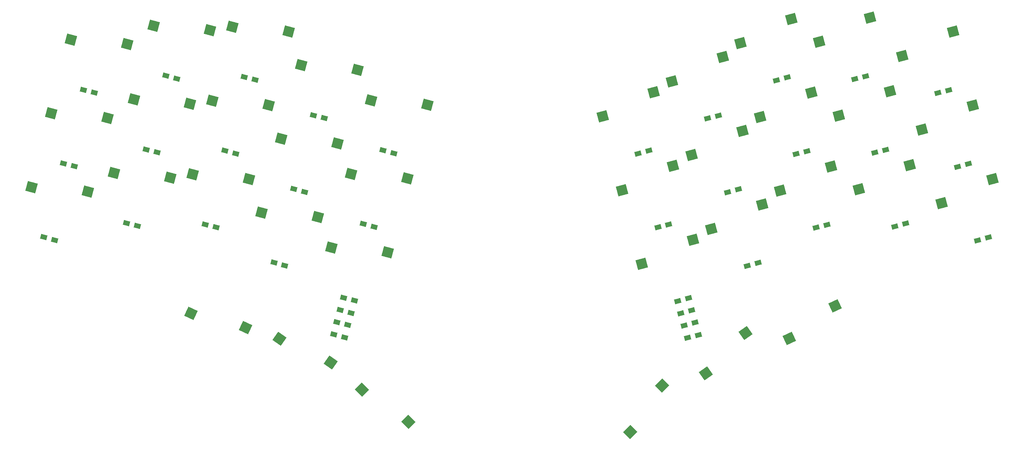
<source format=gbp>
G04 #@! TF.GenerationSoftware,KiCad,Pcbnew,(6.0.4)*
G04 #@! TF.CreationDate,2023-02-24T10:48:44-05:00*
G04 #@! TF.ProjectId,crowboard,63726f77-626f-4617-9264-2e6b69636164,rev?*
G04 #@! TF.SameCoordinates,Original*
G04 #@! TF.FileFunction,Paste,Bot*
G04 #@! TF.FilePolarity,Positive*
%FSLAX46Y46*%
G04 Gerber Fmt 4.6, Leading zero omitted, Abs format (unit mm)*
G04 Created by KiCad (PCBNEW (6.0.4)) date 2023-02-24 10:48:44*
%MOMM*%
%LPD*%
G01*
G04 APERTURE LIST*
G04 Aperture macros list*
%AMRotRect*
0 Rectangle, with rotation*
0 The origin of the aperture is its center*
0 $1 length*
0 $2 width*
0 $3 Rotation angle, in degrees counterclockwise*
0 Add horizontal line*
21,1,$1,$2,0,0,$3*%
G04 Aperture macros list end*
%ADD10RotRect,2.550000X2.500000X25.000000*%
%ADD11RotRect,2.550000X2.500000X35.000000*%
%ADD12RotRect,2.550000X2.500000X45.000000*%
%ADD13RotRect,2.550000X2.500000X315.000000*%
%ADD14RotRect,2.550000X2.500000X325.000000*%
%ADD15RotRect,2.550000X2.500000X335.000000*%
%ADD16RotRect,2.550000X2.500000X15.000000*%
%ADD17RotRect,2.550000X2.500000X345.000000*%
%ADD18RotRect,1.600000X1.200000X345.000000*%
%ADD19RotRect,1.600000X1.200000X15.000000*%
G04 APERTURE END LIST*
D10*
X229087346Y-107246998D03*
X217608434Y-115402282D03*
D11*
X206715443Y-114025883D03*
X196827071Y-124050563D03*
D12*
X185919019Y-127174456D03*
X177921642Y-138763936D03*
D13*
X122568438Y-136179857D03*
X110978958Y-128182480D03*
D14*
X103181543Y-121351472D03*
X90379403Y-115488085D03*
D15*
X81906059Y-112673533D03*
X68280246Y-109122292D03*
D16*
X268395402Y-75578052D03*
X255674729Y-81616147D03*
X247680368Y-72089373D03*
X234959695Y-78127468D03*
X228046855Y-72419654D03*
X215326182Y-78457749D03*
X210878594Y-81950379D03*
X198157921Y-87988474D03*
X193559228Y-90699841D03*
X180838555Y-96737936D03*
D17*
X117363135Y-93845787D03*
X103327662Y-92714594D03*
X99935103Y-85067208D03*
X85899630Y-83936015D03*
X82766842Y-75536483D03*
X68731369Y-74405290D03*
X63133329Y-75206202D03*
X49097856Y-74075009D03*
X42526962Y-78723998D03*
X28491489Y-77592805D03*
D16*
X263464899Y-57177165D03*
X250744226Y-63215260D03*
X242749865Y-53688486D03*
X230029192Y-59726581D03*
X223116352Y-54018767D03*
X210395679Y-60056862D03*
X205948091Y-63549492D03*
X193227418Y-69587587D03*
X188628725Y-72298954D03*
X175908052Y-78337049D03*
D17*
X122293638Y-75444900D03*
X108258165Y-74313707D03*
X104865606Y-66666321D03*
X90830133Y-65535128D03*
X87697345Y-57135596D03*
X73661872Y-56004403D03*
X68063832Y-56805315D03*
X54028359Y-55674122D03*
X47457464Y-60323111D03*
X33421991Y-59191918D03*
D16*
X258534396Y-38776278D03*
X245813723Y-44814373D03*
X237819362Y-35287599D03*
X225098689Y-41325694D03*
X218185849Y-35617880D03*
X205465176Y-41655975D03*
X201071921Y-45134046D03*
X188351248Y-51172141D03*
X183752556Y-53883509D03*
X171031883Y-59921604D03*
D17*
X127278474Y-57058572D03*
X113243001Y-55927379D03*
X109850442Y-48279992D03*
X95814969Y-47148799D03*
X92627847Y-38734709D03*
X78592374Y-37603516D03*
X72994335Y-38404428D03*
X58958862Y-37273235D03*
X52387967Y-41922224D03*
X38352494Y-40791031D03*
D18*
X39159473Y-72398128D03*
X36454881Y-71673434D03*
D19*
X199977492Y-59725756D03*
X197272900Y-60450450D03*
X262370469Y-71768874D03*
X259665877Y-72493568D03*
D18*
X101552450Y-60355010D03*
X98847858Y-59630316D03*
X113995646Y-87519918D03*
X111291054Y-86795224D03*
X109065144Y-105920805D03*
X106360552Y-105196111D03*
D19*
X204907994Y-78126643D03*
X202203402Y-78851337D03*
X241709768Y-68265637D03*
X239005176Y-68990331D03*
D18*
X96621947Y-78755897D03*
X93917355Y-78031203D03*
X74523183Y-87626059D03*
X71818591Y-86901365D03*
D19*
X222076256Y-68595918D03*
X219371664Y-69320612D03*
D18*
X59820173Y-68894891D03*
X57115581Y-68170197D03*
X54889671Y-87295778D03*
X52185079Y-86571084D03*
X91691445Y-97156784D03*
X88986853Y-96432090D03*
X84269485Y-50793551D03*
X81564893Y-50068857D03*
X34228970Y-90799015D03*
X31524378Y-90074321D03*
D19*
X182603793Y-68489776D03*
X179899201Y-69214470D03*
D18*
X44156383Y-54015035D03*
X41451791Y-53290341D03*
D19*
X193286549Y-108358365D03*
X190581957Y-109083059D03*
X194930050Y-114491994D03*
X192225458Y-115216688D03*
X192464798Y-105291550D03*
X189760206Y-106016244D03*
X209838497Y-96527530D03*
X207133905Y-97252224D03*
X246640271Y-86666524D03*
X243935679Y-87391218D03*
D18*
X64750676Y-50494004D03*
X62046084Y-49769310D03*
X106608110Y-115090580D03*
X103903518Y-114365886D03*
D19*
X236664562Y-49895485D03*
X233959970Y-50620179D03*
X187534296Y-86890663D03*
X184829704Y-87615357D03*
X227006759Y-86996805D03*
X224302167Y-87721499D03*
X267300972Y-90169761D03*
X264596380Y-90894455D03*
X257439966Y-53367987D03*
X254735374Y-54092681D03*
X217145753Y-50195031D03*
X214441161Y-50919725D03*
D18*
X107429860Y-112023766D03*
X104725268Y-111299072D03*
X79453686Y-69225172D03*
X76749094Y-68500478D03*
D19*
X194108299Y-111425179D03*
X191403707Y-112149873D03*
D18*
X108243393Y-108987619D03*
X105538801Y-108262925D03*
X118926149Y-69119031D03*
X116221557Y-68394337D03*
M02*

</source>
